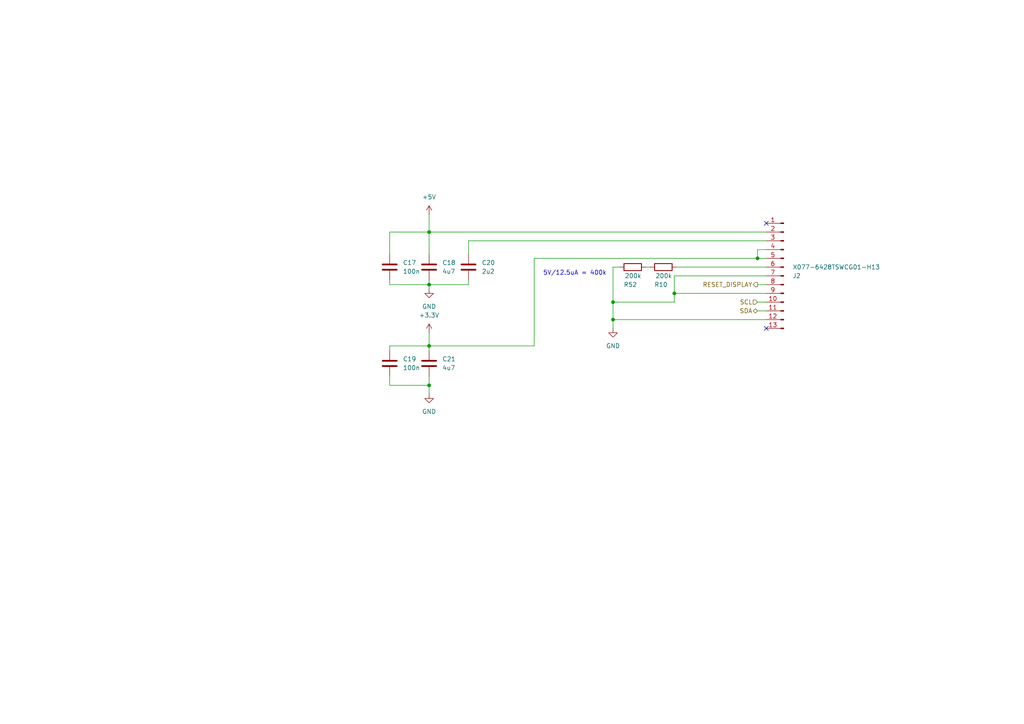
<source format=kicad_sch>
(kicad_sch (version 20230121) (generator eeschema)
  (paper "A4")
  (lib_symbols
    (symbol "Connector:Conn_01x13_Male" (pin_names (offset 1.016) hide)
      (property "Reference" "J" (at 0 17.78 0))
      (property "Value" "Conn_01x13_Male" (at 0 -17.78 0))
      (symbol "Conn_01x13_Male_1_1"
        (polyline (pts (xy 1.27 -15.24) (xy 0.8636 -15.24)) (stroke (width 0.1524)))
        (polyline (pts (xy 1.27 -12.7) (xy 0.8636 -12.7)) (stroke (width 0.1524)))
        (polyline (pts (xy 1.27 -10.16) (xy 0.8636 -10.16)) (stroke (width 0.1524)))
        (polyline (pts (xy 1.27 -7.62) (xy 0.8636 -7.62)) (stroke (width 0.1524)))
        (polyline (pts (xy 1.27 -5.08) (xy 0.8636 -5.08)) (stroke (width 0.1524)))
        (polyline (pts (xy 1.27 -2.54) (xy 0.8636 -2.54)) (stroke (width 0.1524)))
        (polyline (pts (xy 1.27 0) (xy 0.8636 0)) (stroke (width 0.1524)))
        (polyline (pts (xy 1.27 2.54) (xy 0.8636 2.54)) (stroke (width 0.1524)))
        (polyline (pts (xy 1.27 5.08) (xy 0.8636 5.08)) (stroke (width 0.1524)))
        (polyline (pts (xy 1.27 7.62) (xy 0.8636 7.62)) (stroke (width 0.1524)))
        (polyline (pts (xy 1.27 10.16) (xy 0.8636 10.16)) (stroke (width 0.1524)))
        (polyline (pts (xy 1.27 12.7) (xy 0.8636 12.7)) (stroke (width 0.1524)))
        (polyline (pts (xy 1.27 15.24) (xy 0.8636 15.24)) (stroke (width 0.1524)))
        (rectangle (start 0.8636 -15.113) (end 0 -15.367) (stroke (width 0.1524)) (fill (type outline)))
        (rectangle (start 0.8636 -12.573) (end 0 -12.827) (stroke (width 0.1524)) (fill (type outline)))
        (rectangle (start 0.8636 -10.033) (end 0 -10.287) (stroke (width 0.1524)) (fill (type outline)))
        (rectangle (start 0.8636 -7.493) (end 0 -7.747) (stroke (width 0.1524)) (fill (type outline)))
        (rectangle (start 0.8636 -4.953) (end 0 -5.207) (stroke (width 0.1524)) (fill (type outline)))
        (rectangle (start 0.8636 -2.413) (end 0 -2.667) (stroke (width 0.1524)) (fill (type outline)))
        (rectangle (start 0.8636 0.127) (end 0 -0.127) (stroke (width 0.1524)) (fill (type outline)))
        (rectangle (start 0.8636 2.667) (end 0 2.413) (stroke (width 0.1524)) (fill (type outline)))
        (rectangle (start 0.8636 5.207) (end 0 4.953) (stroke (width 0.1524)) (fill (type outline)))
        (rectangle (start 0.8636 7.747) (end 0 7.493) (stroke (width 0.1524)) (fill (type outline)))
        (rectangle (start 0.8636 10.287) (end 0 10.033) (stroke (width 0.1524)) (fill (type outline)))
        (rectangle (start 0.8636 12.827) (end 0 12.573) (stroke (width 0.1524)) (fill (type outline)))
        (rectangle (start 0.8636 15.367) (end 0 15.113) (stroke (width 0.1524)) (fill (type outline)))
        (pin passive line (at 5.08 15.24 180) (length 3.81) (name "Pin_1") (number "1"))
        (pin passive line (at 5.08 -7.62 180) (length 3.81) (name "Pin_10") (number "10"))
        (pin passive line (at 5.08 -10.16 180) (length 3.81) (name "Pin_11") (number "11"))
        (pin passive line (at 5.08 -12.7 180) (length 3.81) (name "Pin_12") (number "12"))
        (pin passive line (at 5.08 -15.24 180) (length 3.81) (name "Pin_13") (number "13"))
        (pin passive line (at 5.08 12.7 180) (length 3.81) (name "Pin_2") (number "2"))
        (pin passive line (at 5.08 10.16 180) (length 3.81) (name "Pin_3") (number "3"))
        (pin passive line (at 5.08 7.62 180) (length 3.81) (name "Pin_4") (number "4"))
        (pin passive line (at 5.08 5.08 180) (length 3.81) (name "Pin_5") (number "5"))
        (pin passive line (at 5.08 2.54 180) (length 3.81) (name "Pin_6") (number "6"))
        (pin passive line (at 5.08 0 180) (length 3.81) (name "Pin_7") (number "7"))
        (pin passive line (at 5.08 -2.54 180) (length 3.81) (name "Pin_8") (number "8"))
        (pin passive line (at 5.08 -5.08 180) (length 3.81) (name "Pin_9") (number "9"))
      )
    )
    (symbol "Device:C" (pin_numbers hide) (pin_names (offset 0.254))
      (property "Reference" "C" (at 0.635 2.54 0))
      (property "Value" "C" (at 0.635 -2.54 0))
      (symbol "C_0_1"
        (polyline (pts (xy -2.032 -0.762) (xy 2.032 -0.762)) (stroke (width 0.508)))
        (polyline (pts (xy -2.032 0.762) (xy 2.032 0.762)) (stroke (width 0.508)))
      )
      (symbol "C_1_1"
        (pin passive line (at 0 3.81 270) (length 2.794) (name "~") (number "1"))
        (pin passive line (at 0 -3.81 90) (length 2.794) (name "~") (number "2"))
      )
    )
    (symbol "Device:R" (pin_numbers hide) (pin_names (offset 0))
      (property "Reference" "R" (at 2.032 0 90))
      (property "Value" "R" (at 0 0 90))
      (symbol "R_0_1"
        (rectangle (start -1.016 -2.54) (end 1.016 2.54) (stroke (width 0.254)))
      )
      (symbol "R_1_1"
        (pin passive line (at 0 3.81 270) (length 1.27) (name "~") (number "1"))
        (pin passive line (at 0 -3.81 90) (length 1.27) (name "~") (number "2"))
      )
    )
    (symbol "power:+3.3V" (power) (pin_names (offset 0))
      (property "Value" "+3.3V" (at 0 3.556 0))
      (symbol "+3.3V_0_1"
        (polyline (pts (xy -0.762 1.27) (xy 0 2.54)))
        (polyline (pts (xy 0 0) (xy 0 2.54)))
        (polyline (pts (xy 0 2.54) (xy 0.762 1.27)))
      )
      (symbol "+3.3V_1_1"
        (pin power_in line (at 0 0 90) (length 0) hide (name "+3.3V") (number "1"))
      )
    )
    (symbol "power:+5V" (power) (pin_names (offset 0))
      (property "Value" "+5V" (at 0 3.556 0))
      (symbol "+5V_0_1"
        (polyline (pts (xy -0.762 1.27) (xy 0 2.54)))
        (polyline (pts (xy 0 0) (xy 0 2.54)))
        (polyline (pts (xy 0 2.54) (xy 0.762 1.27)))
      )
      (symbol "+5V_1_1"
        (pin power_in line (at 0 0 90) (length 0) hide (name "+5V") (number "1"))
      )
    )
    (symbol "power:GND" (power) (pin_names (offset 0))
      (property "Value" "GND" (at 0 -3.81 0))
      (symbol "GND_0_1"
        (polyline (pts (xy 0 0) (xy 0 -1.27) (xy 1.27 -1.27) (xy 0 -2.54) (xy -1.27 -1.27) (xy 0 -1.27)))
      )
      (symbol "GND_1_1"
        (pin power_in line (at 0 0 270) (length 0) hide (name "GND") (number "1"))
      )
    )
  )
  (junction (at 177.8 87.63))
  (junction (at 195.58 85.09))
  (junction (at 124.46 111.76))
  (junction (at 124.46 82.55))
  (junction (at 124.46 67.31))
  (junction (at 219.71 74.93))
  (junction (at 124.46 100.33))
  (junction (at 177.8 92.71))
  (no_connect (at 222.25 95.25))
  (no_connect (at 222.25 64.77))
  (wire (pts (xy 154.94 100.33) (xy 124.46 100.33)))
  (wire (pts (xy 135.89 69.85) (xy 222.25 69.85)))
  (wire (pts (xy 195.58 85.09) (xy 195.58 87.63)))
  (wire (pts (xy 113.03 109.22) (xy 113.03 111.76)))
  (wire (pts (xy 177.8 77.47) (xy 177.8 87.63)))
  (wire (pts (xy 154.94 74.93) (xy 154.94 100.33)))
  (wire (pts (xy 113.03 81.28) (xy 113.03 82.55)))
  (wire (pts (xy 177.8 92.71) (xy 222.25 92.71)))
  (wire (pts (xy 195.58 80.01) (xy 195.58 85.09)))
  (wire (pts (xy 177.8 77.47) (xy 179.705 77.47)))
  (wire (pts (xy 195.58 87.63) (xy 177.8 87.63)))
  (wire (pts (xy 222.25 80.01) (xy 195.58 80.01)))
  (wire (pts (xy 124.46 96.52) (xy 124.46 100.33)))
  (wire (pts (xy 195.58 85.09) (xy 222.25 85.09)))
  (wire (pts (xy 113.03 82.55) (xy 124.46 82.55)))
  (wire (pts (xy 124.46 111.76) (xy 124.46 109.22)))
  (wire (pts (xy 177.8 92.71) (xy 177.8 95.25)))
  (wire (pts (xy 219.71 90.17) (xy 222.25 90.17)))
  (wire (pts (xy 187.325 77.47) (xy 188.595 77.47)))
  (wire (pts (xy 124.46 82.55) (xy 135.89 82.55)))
  (wire (pts (xy 124.46 81.28) (xy 124.46 82.55)))
  (wire (pts (xy 219.71 82.55) (xy 222.25 82.55)))
  (wire (pts (xy 219.71 74.93) (xy 222.25 74.93)))
  (wire (pts (xy 124.46 100.33) (xy 124.46 101.6)))
  (wire (pts (xy 113.03 67.31) (xy 124.46 67.31)))
  (wire (pts (xy 113.03 100.33) (xy 124.46 100.33)))
  (wire (pts (xy 135.89 81.28) (xy 135.89 82.55)))
  (wire (pts (xy 124.46 82.55) (xy 124.46 83.82)))
  (wire (pts (xy 124.46 67.31) (xy 222.25 67.31)))
  (wire (pts (xy 113.03 67.31) (xy 113.03 73.66)))
  (wire (pts (xy 177.8 87.63) (xy 177.8 92.71)))
  (wire (pts (xy 124.46 111.76) (xy 124.46 114.3)))
  (wire (pts (xy 113.03 111.76) (xy 124.46 111.76)))
  (wire (pts (xy 124.46 62.23) (xy 124.46 67.31)))
  (wire (pts (xy 113.03 100.33) (xy 113.03 101.6)))
  (wire (pts (xy 219.71 87.63) (xy 222.25 87.63)))
  (wire (pts (xy 219.71 74.93) (xy 154.94 74.93)))
  (wire (pts (xy 124.46 67.31) (xy 124.46 73.66)))
  (wire (pts (xy 135.89 73.66) (xy 135.89 69.85)))
  (wire (pts (xy 196.215 77.47) (xy 222.25 77.47)))
  (wire (pts (xy 219.71 72.39) (xy 222.25 72.39)))
  (wire (pts (xy 219.71 72.39) (xy 219.71 74.93)))
  (text "5V/12.5uA = 400k" (at 157.48 80.01 0) (effects (font (size 1.27 1.27)) (justify left bottom)))
  (hierarchical_label "RESET_DISPLAY" (shape output) (at 219.71 82.55 180))
  (hierarchical_label "SDA" (shape bidirectional) (at 219.71 90.17 180))
  (hierarchical_label "SCL" (shape input) (at 219.71 87.63 180))
  (symbol (lib_id "power:GND") (at 124.46 114.3 0) (unit 1)
    (property "Reference" "#PWR023" (effects hide))
    (property "Value" "GND" (at 124.46 119.38 0))
  )
  (symbol (lib_id "Device:C") (at 113.03 77.47 0) (unit 1)
    (property "Reference" "C17" (at 116.84 76.1999 0) (effects (justify left)))
    (property "Value" "100n" (at 116.84 78.7399 0) (effects (justify left)))
    (property "Footprint" "Capacitor_SMD:C_0402_1005Metric_Pad0.74x0.62mm_HandSolder" (effects hide))
  )
  (symbol (lib_id "Device:C") (at 135.89 77.47 0) (unit 1)
    (property "Reference" "C20" (at 139.7 76.1999 0) (effects (justify left)))
    (property "Value" "2u2" (at 139.7 78.7399 0) (effects (justify left)))
    (property "Footprint" "Capacitor_SMD:C_0402_1005Metric_Pad0.74x0.62mm_HandSolder" (effects hide))
  )
  (symbol (lib_id "Device:C") (at 124.46 105.41 0) (unit 1)
    (property "Reference" "C21" (at 128.27 104.1399 0) (effects (justify left)))
    (property "Value" "4u7" (at 128.27 106.6799 0) (effects (justify left)))
    (property "Footprint" "Capacitor_SMD:C_0402_1005Metric_Pad0.74x0.62mm_HandSolder" (effects hide))
  )
  (symbol (lib_id "Connector:Conn_01x13_Male") (at 227.33 80.01 0) (mirror y) (unit 1)
    (property "Reference" "J2" (at 229.87 80.01 0) (effects (justify right)))
    (property "Value" "X077-6428TSWCG01-H13 " (at 229.87 77.47 0) (effects (justify right)))
    (property "Footprint" "Prj_display:X077-6428TSWCG01-H13" (effects hide))
  )
  (symbol (lib_id "Device:R") (at 183.515 77.47 90) (unit 1)
    (property "Reference" "R52" (at 184.785 82.55 90) (effects (justify left)))
    (property "Value" "200k" (at 186.055 80.01 90) (effects (justify left)))
    (property "Footprint" "Resistor_SMD:R_0402_1005Metric_Pad0.72x0.64mm_HandSolder" (effects hide))
  )
  (symbol (lib_id "Device:R") (at 192.405 77.47 90) (unit 1)
    (property "Reference" "R10" (at 193.675 82.55 90) (effects (justify left)))
    (property "Value" "200k" (at 194.945 80.01 90) (effects (justify left)))
    (property "Footprint" "Resistor_SMD:R_0402_1005Metric_Pad0.72x0.64mm_HandSolder" (effects hide))
  )
  (symbol (lib_id "Device:C") (at 113.03 105.41 0) (unit 1)
    (property "Reference" "C19" (at 116.84 104.14 0) (effects (justify left)))
    (property "Value" "100n" (at 116.84 106.68 0) (effects (justify left)))
    (property "Footprint" "Capacitor_SMD:C_0402_1005Metric_Pad0.74x0.62mm_HandSolder" (effects hide))
  )
  (symbol (lib_id "power:GND") (at 124.46 83.82 0) (unit 1)
    (property "Reference" "#PWR024" (effects hide))
    (property "Value" "GND" (at 124.46 88.9 0))
  )
  (symbol (lib_id "power:GND") (at 177.8 95.25 0) (unit 1)
    (property "Reference" "#PWR025" (effects hide))
    (property "Value" "GND" (at 177.8 100.33 0))
  )
  (symbol (lib_id "power:+5V") (at 124.46 62.23 0) (unit 1)
    (property "Reference" "#PWR022" (effects hide))
    (property "Value" "+5V" (at 124.46 57.15 0))
  )
  (symbol (lib_id "Device:C") (at 124.46 77.47 0) (unit 1)
    (property "Reference" "C18" (at 128.27 76.1999 0) (effects (justify left)))
    (property "Value" "4u7" (at 128.27 78.7399 0) (effects (justify left)))
    (property "Footprint" "Capacitor_SMD:C_0402_1005Metric_Pad0.74x0.62mm_HandSolder" (effects hide))
  )
  (symbol (lib_id "power:+3.3V") (at 124.46 96.52 0) (unit 1)
    (property "Reference" "#PWR04" (effects hide))
    (property "Value" "+3.3V" (at 124.46 91.44 0))
    (instances (project "system-on-a-business-card" (path "" (reference "#PWR04") (unit 1)) (path "" (reference "#PWR018") (unit 1))))
  )
)
</source>
